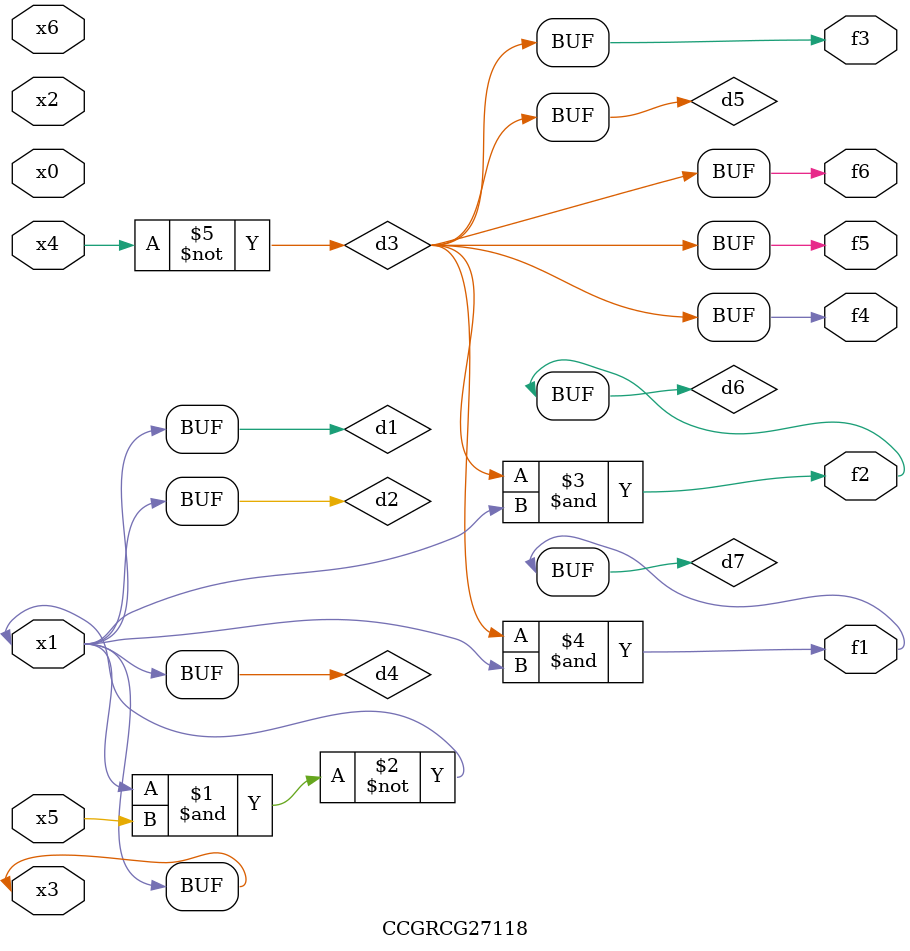
<source format=v>
module CCGRCG27118(
	input x0, x1, x2, x3, x4, x5, x6,
	output f1, f2, f3, f4, f5, f6
);

	wire d1, d2, d3, d4, d5, d6, d7;

	buf (d1, x1, x3);
	nand (d2, x1, x5);
	not (d3, x4);
	buf (d4, d1, d2);
	buf (d5, d3);
	and (d6, d3, d4);
	and (d7, d3, d4);
	assign f1 = d7;
	assign f2 = d6;
	assign f3 = d5;
	assign f4 = d5;
	assign f5 = d5;
	assign f6 = d5;
endmodule

</source>
